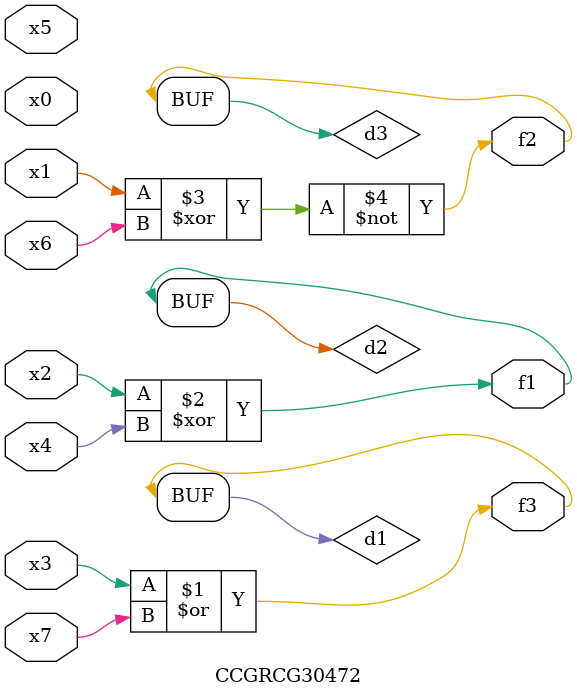
<source format=v>
module CCGRCG30472(
	input x0, x1, x2, x3, x4, x5, x6, x7,
	output f1, f2, f3
);

	wire d1, d2, d3;

	or (d1, x3, x7);
	xor (d2, x2, x4);
	xnor (d3, x1, x6);
	assign f1 = d2;
	assign f2 = d3;
	assign f3 = d1;
endmodule

</source>
